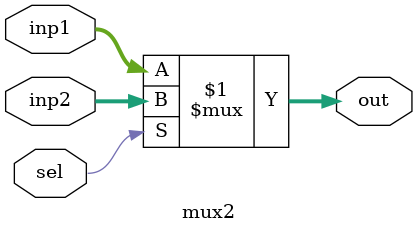
<source format=v>
`timescale 1ps/1ps
module mux2 (
    sel,
    inp1,
    inp2,
    out
    );
    parameter n = 32;
    input sel;
    input [n-1:0]inp1, inp2;
    output [n-1:0]out;

    assign out = sel ? inp2 : inp1;
endmodule





</source>
